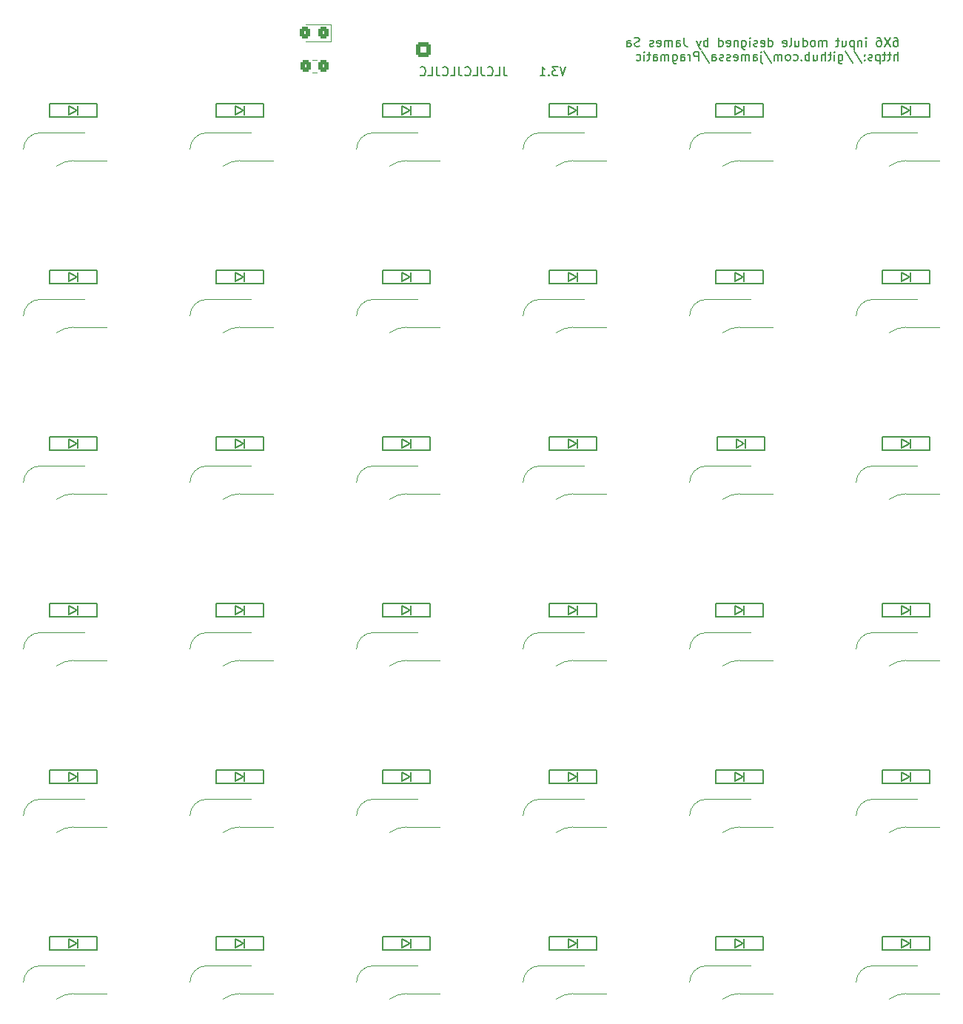
<source format=gbo>
%TF.GenerationSoftware,KiCad,Pcbnew,(6.0.5-0)*%
%TF.CreationDate,2022-06-17T01:41:07+08:00*%
%TF.ProjectId,Pragmatic,50726167-6d61-4746-9963-2e6b69636164,3*%
%TF.SameCoordinates,PX9157080PY3680a30*%
%TF.FileFunction,Legend,Bot*%
%TF.FilePolarity,Positive*%
%FSLAX46Y46*%
G04 Gerber Fmt 4.6, Leading zero omitted, Abs format (unit mm)*
G04 Created by KiCad (PCBNEW (6.0.5-0)) date 2022-06-17 01:41:07*
%MOMM*%
%LPD*%
G01*
G04 APERTURE LIST*
G04 Aperture macros list*
%AMRoundRect*
0 Rectangle with rounded corners*
0 $1 Rounding radius*
0 $2 $3 $4 $5 $6 $7 $8 $9 X,Y pos of 4 corners*
0 Add a 4 corners polygon primitive as box body*
4,1,4,$2,$3,$4,$5,$6,$7,$8,$9,$2,$3,0*
0 Add four circle primitives for the rounded corners*
1,1,$1+$1,$2,$3*
1,1,$1+$1,$4,$5*
1,1,$1+$1,$6,$7*
1,1,$1+$1,$8,$9*
0 Add four rect primitives between the rounded corners*
20,1,$1+$1,$2,$3,$4,$5,0*
20,1,$1+$1,$4,$5,$6,$7,0*
20,1,$1+$1,$6,$7,$8,$9,0*
20,1,$1+$1,$8,$9,$2,$3,0*%
G04 Aperture macros list end*
%ADD10C,0.150000*%
%ADD11C,0.120000*%
%ADD12RoundRect,0.250000X0.600000X-0.600000X0.600000X0.600000X-0.600000X0.600000X-0.600000X-0.600000X0*%
%ADD13C,1.700000*%
%ADD14C,4.000000*%
%ADD15C,1.900000*%
%ADD16C,3.000000*%
%ADD17R,2.550000X2.500000*%
%ADD18O,2.000000X1.300000*%
%ADD19O,2.500000X2.000000*%
%ADD20C,2.500000*%
%ADD21R,1.400000X1.000000*%
%ADD22RoundRect,0.250000X0.325000X0.450000X-0.325000X0.450000X-0.325000X-0.450000X0.325000X-0.450000X0*%
%ADD23RoundRect,0.250000X0.350000X0.450000X-0.350000X0.450000X-0.350000X-0.450000X0.350000X-0.450000X0*%
G04 APERTURE END LIST*
D10*
X-1399167Y17227620D02*
X-1208691Y17227620D01*
X-1113453Y17180000D01*
X-1065834Y17132381D01*
X-970596Y16989524D01*
X-922977Y16799048D01*
X-922977Y16418096D01*
X-970596Y16322858D01*
X-1018215Y16275239D01*
X-1113453Y16227620D01*
X-1303929Y16227620D01*
X-1399167Y16275239D01*
X-1446786Y16322858D01*
X-1494405Y16418096D01*
X-1494405Y16656191D01*
X-1446786Y16751429D01*
X-1399167Y16799048D01*
X-1303929Y16846667D01*
X-1113453Y16846667D01*
X-1018215Y16799048D01*
X-970596Y16751429D01*
X-922977Y16656191D01*
X-1827739Y17227620D02*
X-2494405Y16227620D01*
X-2494405Y17227620D02*
X-1827739Y16227620D01*
X-3303929Y17227620D02*
X-3113453Y17227620D01*
X-3018215Y17180000D01*
X-2970596Y17132381D01*
X-2875358Y16989524D01*
X-2827739Y16799048D01*
X-2827739Y16418096D01*
X-2875358Y16322858D01*
X-2922977Y16275239D01*
X-3018215Y16227620D01*
X-3208691Y16227620D01*
X-3303929Y16275239D01*
X-3351548Y16322858D01*
X-3399167Y16418096D01*
X-3399167Y16656191D01*
X-3351548Y16751429D01*
X-3303929Y16799048D01*
X-3208691Y16846667D01*
X-3018215Y16846667D01*
X-2922977Y16799048D01*
X-2875358Y16751429D01*
X-2827739Y16656191D01*
X-4589643Y16227620D02*
X-4589643Y16894286D01*
X-4589643Y17227620D02*
X-4542024Y17180000D01*
X-4589643Y17132381D01*
X-4637262Y17180000D01*
X-4589643Y17227620D01*
X-4589643Y17132381D01*
X-5065834Y16894286D02*
X-5065834Y16227620D01*
X-5065834Y16799048D02*
X-5113453Y16846667D01*
X-5208691Y16894286D01*
X-5351548Y16894286D01*
X-5446786Y16846667D01*
X-5494405Y16751429D01*
X-5494405Y16227620D01*
X-5970596Y16894286D02*
X-5970596Y15894286D01*
X-5970596Y16846667D02*
X-6065834Y16894286D01*
X-6256310Y16894286D01*
X-6351548Y16846667D01*
X-6399167Y16799048D01*
X-6446786Y16703810D01*
X-6446786Y16418096D01*
X-6399167Y16322858D01*
X-6351548Y16275239D01*
X-6256310Y16227620D01*
X-6065834Y16227620D01*
X-5970596Y16275239D01*
X-7303929Y16894286D02*
X-7303929Y16227620D01*
X-6875358Y16894286D02*
X-6875358Y16370477D01*
X-6922977Y16275239D01*
X-7018215Y16227620D01*
X-7161072Y16227620D01*
X-7256310Y16275239D01*
X-7303929Y16322858D01*
X-7637262Y16894286D02*
X-8018215Y16894286D01*
X-7780120Y17227620D02*
X-7780120Y16370477D01*
X-7827739Y16275239D01*
X-7922977Y16227620D01*
X-8018215Y16227620D01*
X-9113453Y16227620D02*
X-9113453Y16894286D01*
X-9113453Y16799048D02*
X-9161072Y16846667D01*
X-9256310Y16894286D01*
X-9399167Y16894286D01*
X-9494405Y16846667D01*
X-9542024Y16751429D01*
X-9542024Y16227620D01*
X-9542024Y16751429D02*
X-9589643Y16846667D01*
X-9684881Y16894286D01*
X-9827739Y16894286D01*
X-9922977Y16846667D01*
X-9970596Y16751429D01*
X-9970596Y16227620D01*
X-10589643Y16227620D02*
X-10494405Y16275239D01*
X-10446786Y16322858D01*
X-10399167Y16418096D01*
X-10399167Y16703810D01*
X-10446786Y16799048D01*
X-10494405Y16846667D01*
X-10589643Y16894286D01*
X-10732500Y16894286D01*
X-10827739Y16846667D01*
X-10875358Y16799048D01*
X-10922977Y16703810D01*
X-10922977Y16418096D01*
X-10875358Y16322858D01*
X-10827739Y16275239D01*
X-10732500Y16227620D01*
X-10589643Y16227620D01*
X-11780120Y16227620D02*
X-11780120Y17227620D01*
X-11780120Y16275239D02*
X-11684881Y16227620D01*
X-11494405Y16227620D01*
X-11399167Y16275239D01*
X-11351548Y16322858D01*
X-11303929Y16418096D01*
X-11303929Y16703810D01*
X-11351548Y16799048D01*
X-11399167Y16846667D01*
X-11494405Y16894286D01*
X-11684881Y16894286D01*
X-11780120Y16846667D01*
X-12684881Y16894286D02*
X-12684881Y16227620D01*
X-12256310Y16894286D02*
X-12256310Y16370477D01*
X-12303929Y16275239D01*
X-12399167Y16227620D01*
X-12542024Y16227620D01*
X-12637262Y16275239D01*
X-12684881Y16322858D01*
X-13303929Y16227620D02*
X-13208691Y16275239D01*
X-13161072Y16370477D01*
X-13161072Y17227620D01*
X-14065834Y16275239D02*
X-13970596Y16227620D01*
X-13780120Y16227620D01*
X-13684881Y16275239D01*
X-13637262Y16370477D01*
X-13637262Y16751429D01*
X-13684881Y16846667D01*
X-13780120Y16894286D01*
X-13970596Y16894286D01*
X-14065834Y16846667D01*
X-14113453Y16751429D01*
X-14113453Y16656191D01*
X-13637262Y16560953D01*
X-15732500Y16227620D02*
X-15732500Y17227620D01*
X-15732500Y16275239D02*
X-15637262Y16227620D01*
X-15446786Y16227620D01*
X-15351548Y16275239D01*
X-15303929Y16322858D01*
X-15256310Y16418096D01*
X-15256310Y16703810D01*
X-15303929Y16799048D01*
X-15351548Y16846667D01*
X-15446786Y16894286D01*
X-15637262Y16894286D01*
X-15732500Y16846667D01*
X-16589643Y16275239D02*
X-16494405Y16227620D01*
X-16303929Y16227620D01*
X-16208691Y16275239D01*
X-16161072Y16370477D01*
X-16161072Y16751429D01*
X-16208691Y16846667D01*
X-16303929Y16894286D01*
X-16494405Y16894286D01*
X-16589643Y16846667D01*
X-16637262Y16751429D01*
X-16637262Y16656191D01*
X-16161072Y16560953D01*
X-17018215Y16275239D02*
X-17113453Y16227620D01*
X-17303929Y16227620D01*
X-17399167Y16275239D01*
X-17446786Y16370477D01*
X-17446786Y16418096D01*
X-17399167Y16513334D01*
X-17303929Y16560953D01*
X-17161072Y16560953D01*
X-17065834Y16608572D01*
X-17018215Y16703810D01*
X-17018215Y16751429D01*
X-17065834Y16846667D01*
X-17161072Y16894286D01*
X-17303929Y16894286D01*
X-17399167Y16846667D01*
X-17875358Y16227620D02*
X-17875358Y16894286D01*
X-17875358Y17227620D02*
X-17827739Y17180000D01*
X-17875358Y17132381D01*
X-17922977Y17180000D01*
X-17875358Y17227620D01*
X-17875358Y17132381D01*
X-18780120Y16894286D02*
X-18780120Y16084762D01*
X-18732500Y15989524D01*
X-18684881Y15941905D01*
X-18589643Y15894286D01*
X-18446786Y15894286D01*
X-18351548Y15941905D01*
X-18780120Y16275239D02*
X-18684881Y16227620D01*
X-18494405Y16227620D01*
X-18399167Y16275239D01*
X-18351548Y16322858D01*
X-18303929Y16418096D01*
X-18303929Y16703810D01*
X-18351548Y16799048D01*
X-18399167Y16846667D01*
X-18494405Y16894286D01*
X-18684881Y16894286D01*
X-18780120Y16846667D01*
X-19256310Y16894286D02*
X-19256310Y16227620D01*
X-19256310Y16799048D02*
X-19303929Y16846667D01*
X-19399167Y16894286D01*
X-19542024Y16894286D01*
X-19637262Y16846667D01*
X-19684881Y16751429D01*
X-19684881Y16227620D01*
X-20542024Y16275239D02*
X-20446786Y16227620D01*
X-20256310Y16227620D01*
X-20161072Y16275239D01*
X-20113453Y16370477D01*
X-20113453Y16751429D01*
X-20161072Y16846667D01*
X-20256310Y16894286D01*
X-20446786Y16894286D01*
X-20542024Y16846667D01*
X-20589643Y16751429D01*
X-20589643Y16656191D01*
X-20113453Y16560953D01*
X-21446786Y16227620D02*
X-21446786Y17227620D01*
X-21446786Y16275239D02*
X-21351548Y16227620D01*
X-21161072Y16227620D01*
X-21065834Y16275239D01*
X-21018215Y16322858D01*
X-20970596Y16418096D01*
X-20970596Y16703810D01*
X-21018215Y16799048D01*
X-21065834Y16846667D01*
X-21161072Y16894286D01*
X-21351548Y16894286D01*
X-21446786Y16846667D01*
X-22684881Y16227620D02*
X-22684881Y17227620D01*
X-22684881Y16846667D02*
X-22780120Y16894286D01*
X-22970596Y16894286D01*
X-23065834Y16846667D01*
X-23113453Y16799048D01*
X-23161072Y16703810D01*
X-23161072Y16418096D01*
X-23113453Y16322858D01*
X-23065834Y16275239D01*
X-22970596Y16227620D01*
X-22780120Y16227620D01*
X-22684881Y16275239D01*
X-23494405Y16894286D02*
X-23732500Y16227620D01*
X-23970596Y16894286D02*
X-23732500Y16227620D01*
X-23637262Y15989524D01*
X-23589643Y15941905D01*
X-23494405Y15894286D01*
X-25399167Y17227620D02*
X-25399167Y16513334D01*
X-25351548Y16370477D01*
X-25256310Y16275239D01*
X-25113453Y16227620D01*
X-25018215Y16227620D01*
X-26303929Y16227620D02*
X-26303929Y16751429D01*
X-26256310Y16846667D01*
X-26161072Y16894286D01*
X-25970596Y16894286D01*
X-25875358Y16846667D01*
X-26303929Y16275239D02*
X-26208691Y16227620D01*
X-25970596Y16227620D01*
X-25875358Y16275239D01*
X-25827739Y16370477D01*
X-25827739Y16465715D01*
X-25875358Y16560953D01*
X-25970596Y16608572D01*
X-26208691Y16608572D01*
X-26303929Y16656191D01*
X-26780120Y16227620D02*
X-26780120Y16894286D01*
X-26780120Y16799048D02*
X-26827739Y16846667D01*
X-26922977Y16894286D01*
X-27065834Y16894286D01*
X-27161072Y16846667D01*
X-27208691Y16751429D01*
X-27208691Y16227620D01*
X-27208691Y16751429D02*
X-27256310Y16846667D01*
X-27351548Y16894286D01*
X-27494405Y16894286D01*
X-27589643Y16846667D01*
X-27637262Y16751429D01*
X-27637262Y16227620D01*
X-28494405Y16275239D02*
X-28399167Y16227620D01*
X-28208691Y16227620D01*
X-28113453Y16275239D01*
X-28065834Y16370477D01*
X-28065834Y16751429D01*
X-28113453Y16846667D01*
X-28208691Y16894286D01*
X-28399167Y16894286D01*
X-28494405Y16846667D01*
X-28542024Y16751429D01*
X-28542024Y16656191D01*
X-28065834Y16560953D01*
X-28922977Y16275239D02*
X-29018215Y16227620D01*
X-29208691Y16227620D01*
X-29303929Y16275239D01*
X-29351548Y16370477D01*
X-29351548Y16418096D01*
X-29303929Y16513334D01*
X-29208691Y16560953D01*
X-29065834Y16560953D01*
X-28970596Y16608572D01*
X-28922977Y16703810D01*
X-28922977Y16751429D01*
X-28970596Y16846667D01*
X-29065834Y16894286D01*
X-29208691Y16894286D01*
X-29303929Y16846667D01*
X-30494405Y16275239D02*
X-30637262Y16227620D01*
X-30875358Y16227620D01*
X-30970596Y16275239D01*
X-31018215Y16322858D01*
X-31065834Y16418096D01*
X-31065834Y16513334D01*
X-31018215Y16608572D01*
X-30970596Y16656191D01*
X-30875358Y16703810D01*
X-30684881Y16751429D01*
X-30589643Y16799048D01*
X-30542024Y16846667D01*
X-30494405Y16941905D01*
X-30494405Y17037143D01*
X-30542024Y17132381D01*
X-30589643Y17180000D01*
X-30684881Y17227620D01*
X-30922977Y17227620D01*
X-31065834Y17180000D01*
X-31922977Y16227620D02*
X-31922977Y16751429D01*
X-31875358Y16846667D01*
X-31780120Y16894286D01*
X-31589643Y16894286D01*
X-31494405Y16846667D01*
X-31922977Y16275239D02*
X-31827739Y16227620D01*
X-31589643Y16227620D01*
X-31494405Y16275239D01*
X-31446786Y16370477D01*
X-31446786Y16465715D01*
X-31494405Y16560953D01*
X-31589643Y16608572D01*
X-31827739Y16608572D01*
X-31922977Y16656191D01*
X-970596Y14617620D02*
X-970596Y15617620D01*
X-1399167Y14617620D02*
X-1399167Y15141429D01*
X-1351548Y15236667D01*
X-1256310Y15284286D01*
X-1113453Y15284286D01*
X-1018215Y15236667D01*
X-970596Y15189048D01*
X-1732500Y15284286D02*
X-2113453Y15284286D01*
X-1875358Y15617620D02*
X-1875358Y14760477D01*
X-1922977Y14665239D01*
X-2018215Y14617620D01*
X-2113453Y14617620D01*
X-2303929Y15284286D02*
X-2684881Y15284286D01*
X-2446786Y15617620D02*
X-2446786Y14760477D01*
X-2494405Y14665239D01*
X-2589643Y14617620D01*
X-2684881Y14617620D01*
X-3018215Y15284286D02*
X-3018215Y14284286D01*
X-3018215Y15236667D02*
X-3113453Y15284286D01*
X-3303929Y15284286D01*
X-3399167Y15236667D01*
X-3446786Y15189048D01*
X-3494405Y15093810D01*
X-3494405Y14808096D01*
X-3446786Y14712858D01*
X-3399167Y14665239D01*
X-3303929Y14617620D01*
X-3113453Y14617620D01*
X-3018215Y14665239D01*
X-3875358Y14665239D02*
X-3970596Y14617620D01*
X-4161072Y14617620D01*
X-4256310Y14665239D01*
X-4303929Y14760477D01*
X-4303929Y14808096D01*
X-4256310Y14903334D01*
X-4161072Y14950953D01*
X-4018215Y14950953D01*
X-3922977Y14998572D01*
X-3875358Y15093810D01*
X-3875358Y15141429D01*
X-3922977Y15236667D01*
X-4018215Y15284286D01*
X-4161072Y15284286D01*
X-4256310Y15236667D01*
X-4732500Y14712858D02*
X-4780120Y14665239D01*
X-4732500Y14617620D01*
X-4684881Y14665239D01*
X-4732500Y14712858D01*
X-4732500Y14617620D01*
X-4732500Y15236667D02*
X-4780120Y15189048D01*
X-4732500Y15141429D01*
X-4684881Y15189048D01*
X-4732500Y15236667D01*
X-4732500Y15141429D01*
X-5922977Y15665239D02*
X-5065834Y14379524D01*
X-6970596Y15665239D02*
X-6113453Y14379524D01*
X-7732500Y15284286D02*
X-7732500Y14474762D01*
X-7684881Y14379524D01*
X-7637262Y14331905D01*
X-7542024Y14284286D01*
X-7399167Y14284286D01*
X-7303929Y14331905D01*
X-7732500Y14665239D02*
X-7637262Y14617620D01*
X-7446786Y14617620D01*
X-7351548Y14665239D01*
X-7303929Y14712858D01*
X-7256310Y14808096D01*
X-7256310Y15093810D01*
X-7303929Y15189048D01*
X-7351548Y15236667D01*
X-7446786Y15284286D01*
X-7637262Y15284286D01*
X-7732500Y15236667D01*
X-8208691Y14617620D02*
X-8208691Y15284286D01*
X-8208691Y15617620D02*
X-8161072Y15570000D01*
X-8208691Y15522381D01*
X-8256310Y15570000D01*
X-8208691Y15617620D01*
X-8208691Y15522381D01*
X-8542024Y15284286D02*
X-8922977Y15284286D01*
X-8684881Y15617620D02*
X-8684881Y14760477D01*
X-8732500Y14665239D01*
X-8827739Y14617620D01*
X-8922977Y14617620D01*
X-9256310Y14617620D02*
X-9256310Y15617620D01*
X-9684881Y14617620D02*
X-9684881Y15141429D01*
X-9637262Y15236667D01*
X-9542024Y15284286D01*
X-9399167Y15284286D01*
X-9303929Y15236667D01*
X-9256310Y15189048D01*
X-10589643Y15284286D02*
X-10589643Y14617620D01*
X-10161072Y15284286D02*
X-10161072Y14760477D01*
X-10208691Y14665239D01*
X-10303929Y14617620D01*
X-10446786Y14617620D01*
X-10542024Y14665239D01*
X-10589643Y14712858D01*
X-11065834Y14617620D02*
X-11065834Y15617620D01*
X-11065834Y15236667D02*
X-11161072Y15284286D01*
X-11351548Y15284286D01*
X-11446786Y15236667D01*
X-11494405Y15189048D01*
X-11542024Y15093810D01*
X-11542024Y14808096D01*
X-11494405Y14712858D01*
X-11446786Y14665239D01*
X-11351548Y14617620D01*
X-11161072Y14617620D01*
X-11065834Y14665239D01*
X-11970596Y14712858D02*
X-12018215Y14665239D01*
X-11970596Y14617620D01*
X-11922977Y14665239D01*
X-11970596Y14712858D01*
X-11970596Y14617620D01*
X-12875358Y14665239D02*
X-12780120Y14617620D01*
X-12589643Y14617620D01*
X-12494405Y14665239D01*
X-12446786Y14712858D01*
X-12399167Y14808096D01*
X-12399167Y15093810D01*
X-12446786Y15189048D01*
X-12494405Y15236667D01*
X-12589643Y15284286D01*
X-12780120Y15284286D01*
X-12875358Y15236667D01*
X-13446786Y14617620D02*
X-13351548Y14665239D01*
X-13303929Y14712858D01*
X-13256310Y14808096D01*
X-13256310Y15093810D01*
X-13303929Y15189048D01*
X-13351548Y15236667D01*
X-13446786Y15284286D01*
X-13589643Y15284286D01*
X-13684881Y15236667D01*
X-13732500Y15189048D01*
X-13780120Y15093810D01*
X-13780120Y14808096D01*
X-13732500Y14712858D01*
X-13684881Y14665239D01*
X-13589643Y14617620D01*
X-13446786Y14617620D01*
X-14208691Y14617620D02*
X-14208691Y15284286D01*
X-14208691Y15189048D02*
X-14256310Y15236667D01*
X-14351548Y15284286D01*
X-14494405Y15284286D01*
X-14589643Y15236667D01*
X-14637262Y15141429D01*
X-14637262Y14617620D01*
X-14637262Y15141429D02*
X-14684881Y15236667D01*
X-14780120Y15284286D01*
X-14922977Y15284286D01*
X-15018215Y15236667D01*
X-15065834Y15141429D01*
X-15065834Y14617620D01*
X-16256310Y15665239D02*
X-15399167Y14379524D01*
X-16589643Y15284286D02*
X-16589643Y14427143D01*
X-16542024Y14331905D01*
X-16446786Y14284286D01*
X-16399167Y14284286D01*
X-16589643Y15617620D02*
X-16542024Y15570000D01*
X-16589643Y15522381D01*
X-16637262Y15570000D01*
X-16589643Y15617620D01*
X-16589643Y15522381D01*
X-17494405Y14617620D02*
X-17494405Y15141429D01*
X-17446786Y15236667D01*
X-17351548Y15284286D01*
X-17161072Y15284286D01*
X-17065834Y15236667D01*
X-17494405Y14665239D02*
X-17399167Y14617620D01*
X-17161072Y14617620D01*
X-17065834Y14665239D01*
X-17018215Y14760477D01*
X-17018215Y14855715D01*
X-17065834Y14950953D01*
X-17161072Y14998572D01*
X-17399167Y14998572D01*
X-17494405Y15046191D01*
X-17970596Y14617620D02*
X-17970596Y15284286D01*
X-17970596Y15189048D02*
X-18018215Y15236667D01*
X-18113453Y15284286D01*
X-18256310Y15284286D01*
X-18351548Y15236667D01*
X-18399167Y15141429D01*
X-18399167Y14617620D01*
X-18399167Y15141429D02*
X-18446786Y15236667D01*
X-18542024Y15284286D01*
X-18684881Y15284286D01*
X-18780120Y15236667D01*
X-18827739Y15141429D01*
X-18827739Y14617620D01*
X-19684881Y14665239D02*
X-19589643Y14617620D01*
X-19399167Y14617620D01*
X-19303929Y14665239D01*
X-19256310Y14760477D01*
X-19256310Y15141429D01*
X-19303929Y15236667D01*
X-19399167Y15284286D01*
X-19589643Y15284286D01*
X-19684881Y15236667D01*
X-19732500Y15141429D01*
X-19732500Y15046191D01*
X-19256310Y14950953D01*
X-20113453Y14665239D02*
X-20208691Y14617620D01*
X-20399167Y14617620D01*
X-20494405Y14665239D01*
X-20542024Y14760477D01*
X-20542024Y14808096D01*
X-20494405Y14903334D01*
X-20399167Y14950953D01*
X-20256310Y14950953D01*
X-20161072Y14998572D01*
X-20113453Y15093810D01*
X-20113453Y15141429D01*
X-20161072Y15236667D01*
X-20256310Y15284286D01*
X-20399167Y15284286D01*
X-20494405Y15236667D01*
X-20922977Y14665239D02*
X-21018215Y14617620D01*
X-21208691Y14617620D01*
X-21303929Y14665239D01*
X-21351548Y14760477D01*
X-21351548Y14808096D01*
X-21303929Y14903334D01*
X-21208691Y14950953D01*
X-21065834Y14950953D01*
X-20970596Y14998572D01*
X-20922977Y15093810D01*
X-20922977Y15141429D01*
X-20970596Y15236667D01*
X-21065834Y15284286D01*
X-21208691Y15284286D01*
X-21303929Y15236667D01*
X-22208691Y14617620D02*
X-22208691Y15141429D01*
X-22161072Y15236667D01*
X-22065834Y15284286D01*
X-21875358Y15284286D01*
X-21780120Y15236667D01*
X-22208691Y14665239D02*
X-22113453Y14617620D01*
X-21875358Y14617620D01*
X-21780120Y14665239D01*
X-21732500Y14760477D01*
X-21732500Y14855715D01*
X-21780120Y14950953D01*
X-21875358Y14998572D01*
X-22113453Y14998572D01*
X-22208691Y15046191D01*
X-23399167Y15665239D02*
X-22542024Y14379524D01*
X-23732500Y14617620D02*
X-23732500Y15617620D01*
X-24113453Y15617620D01*
X-24208691Y15570000D01*
X-24256310Y15522381D01*
X-24303929Y15427143D01*
X-24303929Y15284286D01*
X-24256310Y15189048D01*
X-24208691Y15141429D01*
X-24113453Y15093810D01*
X-23732500Y15093810D01*
X-24732500Y14617620D02*
X-24732500Y15284286D01*
X-24732500Y15093810D02*
X-24780120Y15189048D01*
X-24827739Y15236667D01*
X-24922977Y15284286D01*
X-25018215Y15284286D01*
X-25780120Y14617620D02*
X-25780120Y15141429D01*
X-25732500Y15236667D01*
X-25637262Y15284286D01*
X-25446786Y15284286D01*
X-25351548Y15236667D01*
X-25780120Y14665239D02*
X-25684881Y14617620D01*
X-25446786Y14617620D01*
X-25351548Y14665239D01*
X-25303929Y14760477D01*
X-25303929Y14855715D01*
X-25351548Y14950953D01*
X-25446786Y14998572D01*
X-25684881Y14998572D01*
X-25780120Y15046191D01*
X-26684881Y15284286D02*
X-26684881Y14474762D01*
X-26637262Y14379524D01*
X-26589643Y14331905D01*
X-26494405Y14284286D01*
X-26351548Y14284286D01*
X-26256310Y14331905D01*
X-26684881Y14665239D02*
X-26589643Y14617620D01*
X-26399167Y14617620D01*
X-26303929Y14665239D01*
X-26256310Y14712858D01*
X-26208691Y14808096D01*
X-26208691Y15093810D01*
X-26256310Y15189048D01*
X-26303929Y15236667D01*
X-26399167Y15284286D01*
X-26589643Y15284286D01*
X-26684881Y15236667D01*
X-27161072Y14617620D02*
X-27161072Y15284286D01*
X-27161072Y15189048D02*
X-27208691Y15236667D01*
X-27303929Y15284286D01*
X-27446786Y15284286D01*
X-27542024Y15236667D01*
X-27589643Y15141429D01*
X-27589643Y14617620D01*
X-27589643Y15141429D02*
X-27637262Y15236667D01*
X-27732500Y15284286D01*
X-27875358Y15284286D01*
X-27970596Y15236667D01*
X-28018215Y15141429D01*
X-28018215Y14617620D01*
X-28922977Y14617620D02*
X-28922977Y15141429D01*
X-28875358Y15236667D01*
X-28780120Y15284286D01*
X-28589643Y15284286D01*
X-28494405Y15236667D01*
X-28922977Y14665239D02*
X-28827739Y14617620D01*
X-28589643Y14617620D01*
X-28494405Y14665239D01*
X-28446786Y14760477D01*
X-28446786Y14855715D01*
X-28494405Y14950953D01*
X-28589643Y14998572D01*
X-28827739Y14998572D01*
X-28922977Y15046191D01*
X-29256310Y15284286D02*
X-29637262Y15284286D01*
X-29399167Y15617620D02*
X-29399167Y14760477D01*
X-29446786Y14665239D01*
X-29542024Y14617620D01*
X-29637262Y14617620D01*
X-29970596Y14617620D02*
X-29970596Y15284286D01*
X-29970596Y15617620D02*
X-29922977Y15570000D01*
X-29970596Y15522381D01*
X-30018215Y15570000D01*
X-29970596Y15617620D01*
X-29970596Y15522381D01*
X-30875358Y14665239D02*
X-30780120Y14617620D01*
X-30589643Y14617620D01*
X-30494405Y14665239D01*
X-30446786Y14712858D01*
X-30399167Y14808096D01*
X-30399167Y15093810D01*
X-30446786Y15189048D01*
X-30494405Y15236667D01*
X-30589643Y15284286D01*
X-30780120Y15284286D01*
X-30875358Y15236667D01*
X-38927739Y13882620D02*
X-39261072Y12882620D01*
X-39594405Y13882620D01*
X-39832500Y13882620D02*
X-40451548Y13882620D01*
X-40118215Y13501667D01*
X-40261072Y13501667D01*
X-40356310Y13454048D01*
X-40403929Y13406429D01*
X-40451548Y13311191D01*
X-40451548Y13073096D01*
X-40403929Y12977858D01*
X-40356310Y12930239D01*
X-40261072Y12882620D01*
X-39975358Y12882620D01*
X-39880120Y12930239D01*
X-39832500Y12977858D01*
X-40880120Y12977858D02*
X-40927739Y12930239D01*
X-40880120Y12882620D01*
X-40832500Y12930239D01*
X-40880120Y12977858D01*
X-40880120Y12882620D01*
X-41880120Y12882620D02*
X-41308691Y12882620D01*
X-41594405Y12882620D02*
X-41594405Y13882620D01*
X-41499167Y13739762D01*
X-41403929Y13644524D01*
X-41308691Y13596905D01*
X-46020596Y13891381D02*
X-46020596Y13165667D01*
X-45972977Y13020524D01*
X-45877739Y12923762D01*
X-45734881Y12875381D01*
X-45639643Y12875381D01*
X-46972977Y12875381D02*
X-46496786Y12875381D01*
X-46496786Y13891381D01*
X-47877739Y12972143D02*
X-47830120Y12923762D01*
X-47687262Y12875381D01*
X-47592024Y12875381D01*
X-47449167Y12923762D01*
X-47353929Y13020524D01*
X-47306310Y13117286D01*
X-47258691Y13310810D01*
X-47258691Y13455953D01*
X-47306310Y13649477D01*
X-47353929Y13746239D01*
X-47449167Y13843000D01*
X-47592024Y13891381D01*
X-47687262Y13891381D01*
X-47830120Y13843000D01*
X-47877739Y13794620D01*
X-48592024Y13891381D02*
X-48592024Y13165667D01*
X-48544405Y13020524D01*
X-48449167Y12923762D01*
X-48306310Y12875381D01*
X-48211072Y12875381D01*
X-49544405Y12875381D02*
X-49068215Y12875381D01*
X-49068215Y13891381D01*
X-50449167Y12972143D02*
X-50401548Y12923762D01*
X-50258691Y12875381D01*
X-50163453Y12875381D01*
X-50020596Y12923762D01*
X-49925358Y13020524D01*
X-49877739Y13117286D01*
X-49830120Y13310810D01*
X-49830120Y13455953D01*
X-49877739Y13649477D01*
X-49925358Y13746239D01*
X-50020596Y13843000D01*
X-50163453Y13891381D01*
X-50258691Y13891381D01*
X-50401548Y13843000D01*
X-50449167Y13794620D01*
X-51163453Y13891381D02*
X-51163453Y13165667D01*
X-51115834Y13020524D01*
X-51020596Y12923762D01*
X-50877739Y12875381D01*
X-50782500Y12875381D01*
X-52115834Y12875381D02*
X-51639643Y12875381D01*
X-51639643Y13891381D01*
X-53020596Y12972143D02*
X-52972977Y12923762D01*
X-52830120Y12875381D01*
X-52734881Y12875381D01*
X-52592024Y12923762D01*
X-52496786Y13020524D01*
X-52449167Y13117286D01*
X-52401548Y13310810D01*
X-52401548Y13455953D01*
X-52449167Y13649477D01*
X-52496786Y13746239D01*
X-52592024Y13843000D01*
X-52734881Y13891381D01*
X-52830120Y13891381D01*
X-52972977Y13843000D01*
X-53020596Y13794620D01*
X-53734881Y13891381D02*
X-53734881Y13165667D01*
X-53687262Y13020524D01*
X-53592024Y12923762D01*
X-53449167Y12875381D01*
X-53353929Y12875381D01*
X-54687262Y12875381D02*
X-54211072Y12875381D01*
X-54211072Y13891381D01*
X-55592024Y12972143D02*
X-55544405Y12923762D01*
X-55401548Y12875381D01*
X-55306310Y12875381D01*
X-55163453Y12923762D01*
X-55068215Y13020524D01*
X-55020596Y13117286D01*
X-54972977Y13310810D01*
X-54972977Y13455953D01*
X-55020596Y13649477D01*
X-55068215Y13746239D01*
X-55163453Y13843000D01*
X-55306310Y13891381D01*
X-55401548Y13891381D01*
X-55544405Y13843000D01*
X-55592024Y13794620D01*
D11*
X-99060000Y6350000D02*
X-93980000Y6350000D01*
X-95250000Y3175000D02*
X-91440000Y3175000D01*
X-95250000Y3175000D02*
G75*
G03*
X-97155000Y2540000I3J-3175009D01*
G01*
X-99060000Y6350000D02*
G75*
G03*
X-100965000Y4445000I1J-1905001D01*
G01*
X-99060000Y-12700000D02*
X-93980000Y-12700000D01*
X-95250000Y-15875000D02*
X-91440000Y-15875000D01*
X-99060000Y-12700000D02*
G75*
G03*
X-100965000Y-14605000I1J-1905001D01*
G01*
X-95250000Y-15875000D02*
G75*
G03*
X-97155000Y-16510000I3J-3175009D01*
G01*
X-80010000Y-12700000D02*
X-74930000Y-12700000D01*
X-76200000Y-15875000D02*
X-72390000Y-15875000D01*
X-80010000Y-12700000D02*
G75*
G03*
X-81915000Y-14605000I1J-1905001D01*
G01*
X-76200000Y-15875000D02*
G75*
G03*
X-78105000Y-16510000I3J-3175009D01*
G01*
X-76200000Y3175000D02*
X-72390000Y3175000D01*
X-80010000Y6350000D02*
X-74930000Y6350000D01*
X-76200000Y3175000D02*
G75*
G03*
X-78105000Y2540000I3J-3175009D01*
G01*
X-80010000Y6350000D02*
G75*
G03*
X-81915000Y4445000I1J-1905001D01*
G01*
X-57150000Y3175000D02*
X-53340000Y3175000D01*
X-60960000Y6350000D02*
X-55880000Y6350000D01*
X-60960000Y6350000D02*
G75*
G03*
X-62865000Y4445000I1J-1905001D01*
G01*
X-57150000Y3175000D02*
G75*
G03*
X-59055000Y2540000I3J-3175009D01*
G01*
X-38100000Y3175000D02*
X-34290000Y3175000D01*
X-41910000Y6350000D02*
X-36830000Y6350000D01*
X-41910000Y6350000D02*
G75*
G03*
X-43815000Y4445000I1J-1905001D01*
G01*
X-38100000Y3175000D02*
G75*
G03*
X-40005000Y2540000I3J-3175009D01*
G01*
X-22860000Y6350000D02*
X-17780000Y6350000D01*
X-19050000Y3175000D02*
X-15240000Y3175000D01*
X-22860000Y6350000D02*
G75*
G03*
X-24765000Y4445000I1J-1905001D01*
G01*
X-19050000Y3175000D02*
G75*
G03*
X-20955000Y2540000I3J-3175009D01*
G01*
X0Y3175000D02*
X3810000Y3175000D01*
X-3810000Y6350000D02*
X1270000Y6350000D01*
X0Y3175000D02*
G75*
G03*
X-1905000Y2540000I3J-3175009D01*
G01*
X-3810000Y6350000D02*
G75*
G03*
X-5715000Y4445000I1J-1905001D01*
G01*
X-60960000Y-12700000D02*
X-55880000Y-12700000D01*
X-57150000Y-15875000D02*
X-53340000Y-15875000D01*
X-57150000Y-15875000D02*
G75*
G03*
X-59055000Y-16510000I3J-3175009D01*
G01*
X-60960000Y-12700000D02*
G75*
G03*
X-62865000Y-14605000I1J-1905001D01*
G01*
X-41910000Y-12700000D02*
X-36830000Y-12700000D01*
X-38100000Y-15875000D02*
X-34290000Y-15875000D01*
X-41910000Y-12700000D02*
G75*
G03*
X-43815000Y-14605000I1J-1905001D01*
G01*
X-38100000Y-15875000D02*
G75*
G03*
X-40005000Y-16510000I3J-3175009D01*
G01*
X-19050000Y-15875000D02*
X-15240000Y-15875000D01*
X-22860000Y-12700000D02*
X-17780000Y-12700000D01*
X-19050000Y-15875000D02*
G75*
G03*
X-20955000Y-16510000I3J-3175009D01*
G01*
X-22860000Y-12700000D02*
G75*
G03*
X-24765000Y-14605000I1J-1905001D01*
G01*
X-3810000Y-12700000D02*
X1270000Y-12700000D01*
X0Y-15875000D02*
X3810000Y-15875000D01*
X0Y-15875000D02*
G75*
G03*
X-1905000Y-16510000I3J-3175009D01*
G01*
X-3810000Y-12700000D02*
G75*
G03*
X-5715000Y-14605000I1J-1905001D01*
G01*
X-99060000Y-31750000D02*
X-93980000Y-31750000D01*
X-95250000Y-34925000D02*
X-91440000Y-34925000D01*
X-99060000Y-31750000D02*
G75*
G03*
X-100965000Y-33655000I1J-1905001D01*
G01*
X-95250000Y-34925000D02*
G75*
G03*
X-97155000Y-35560000I3J-3175009D01*
G01*
X-80010000Y-31750000D02*
X-74930000Y-31750000D01*
X-76200000Y-34925000D02*
X-72390000Y-34925000D01*
X-76200000Y-34925000D02*
G75*
G03*
X-78105000Y-35560000I3J-3175009D01*
G01*
X-80010000Y-31750000D02*
G75*
G03*
X-81915000Y-33655000I1J-1905001D01*
G01*
X-57150000Y-34925000D02*
X-53340000Y-34925000D01*
X-60960000Y-31750000D02*
X-55880000Y-31750000D01*
X-57150000Y-34925000D02*
G75*
G03*
X-59055000Y-35560000I3J-3175009D01*
G01*
X-60960000Y-31750000D02*
G75*
G03*
X-62865000Y-33655000I1J-1905001D01*
G01*
X-38100000Y-34925000D02*
X-34290000Y-34925000D01*
X-41910000Y-31750000D02*
X-36830000Y-31750000D01*
X-41910000Y-31750000D02*
G75*
G03*
X-43815000Y-33655000I1J-1905001D01*
G01*
X-38100000Y-34925000D02*
G75*
G03*
X-40005000Y-35560000I3J-3175009D01*
G01*
X-19050000Y-34925000D02*
X-15240000Y-34925000D01*
X-22860000Y-31750000D02*
X-17780000Y-31750000D01*
X-19050000Y-34925000D02*
G75*
G03*
X-20955000Y-35560000I3J-3175009D01*
G01*
X-22860000Y-31750000D02*
G75*
G03*
X-24765000Y-33655000I1J-1905001D01*
G01*
X-3810000Y-31750000D02*
X1270000Y-31750000D01*
X0Y-34925000D02*
X3810000Y-34925000D01*
X0Y-34925000D02*
G75*
G03*
X-1905000Y-35560000I3J-3175009D01*
G01*
X-3810000Y-31750000D02*
G75*
G03*
X-5715000Y-33655000I1J-1905001D01*
G01*
X-95250000Y-53975000D02*
X-91440000Y-53975000D01*
X-99060000Y-50800000D02*
X-93980000Y-50800000D01*
X-95250000Y-53975000D02*
G75*
G03*
X-97155000Y-54610000I3J-3175009D01*
G01*
X-99060000Y-50800000D02*
G75*
G03*
X-100965000Y-52705000I1J-1905001D01*
G01*
X-76200000Y-53975000D02*
X-72390000Y-53975000D01*
X-80010000Y-50800000D02*
X-74930000Y-50800000D01*
X-80010000Y-50800000D02*
G75*
G03*
X-81915000Y-52705000I1J-1905001D01*
G01*
X-76200000Y-53975000D02*
G75*
G03*
X-78105000Y-54610000I3J-3175009D01*
G01*
X-60960000Y-50800000D02*
X-55880000Y-50800000D01*
X-57150000Y-53975000D02*
X-53340000Y-53975000D01*
X-57150000Y-53975000D02*
G75*
G03*
X-59055000Y-54610000I3J-3175009D01*
G01*
X-60960000Y-50800000D02*
G75*
G03*
X-62865000Y-52705000I1J-1905001D01*
G01*
X-41910000Y-50800000D02*
X-36830000Y-50800000D01*
X-38100000Y-53975000D02*
X-34290000Y-53975000D01*
X-38100000Y-53975000D02*
G75*
G03*
X-40005000Y-54610000I3J-3175009D01*
G01*
X-41910000Y-50800000D02*
G75*
G03*
X-43815000Y-52705000I1J-1905001D01*
G01*
X-22860000Y-50800000D02*
X-17780000Y-50800000D01*
X-19050000Y-53975000D02*
X-15240000Y-53975000D01*
X-22860000Y-50800000D02*
G75*
G03*
X-24765000Y-52705000I1J-1905001D01*
G01*
X-19050000Y-53975000D02*
G75*
G03*
X-20955000Y-54610000I3J-3175009D01*
G01*
X-3810000Y-50800000D02*
X1270000Y-50800000D01*
X0Y-53975000D02*
X3810000Y-53975000D01*
X0Y-53975000D02*
G75*
G03*
X-1905000Y-54610000I3J-3175009D01*
G01*
X-3810000Y-50800000D02*
G75*
G03*
X-5715000Y-52705000I1J-1905001D01*
G01*
X-99060000Y-69850000D02*
X-93980000Y-69850000D01*
X-95250000Y-73025000D02*
X-91440000Y-73025000D01*
X-99060000Y-69850000D02*
G75*
G03*
X-100965000Y-71755000I1J-1905001D01*
G01*
X-95250000Y-73025000D02*
G75*
G03*
X-97155000Y-73660000I3J-3175009D01*
G01*
X-76200000Y-73025000D02*
X-72390000Y-73025000D01*
X-80010000Y-69850000D02*
X-74930000Y-69850000D01*
X-80010000Y-69850000D02*
G75*
G03*
X-81915000Y-71755000I1J-1905001D01*
G01*
X-76200000Y-73025000D02*
G75*
G03*
X-78105000Y-73660000I3J-3175009D01*
G01*
X-60960000Y-69850000D02*
X-55880000Y-69850000D01*
X-57150000Y-73025000D02*
X-53340000Y-73025000D01*
X-60960000Y-69850000D02*
G75*
G03*
X-62865000Y-71755000I1J-1905001D01*
G01*
X-57150000Y-73025000D02*
G75*
G03*
X-59055000Y-73660000I3J-3175009D01*
G01*
X-41910000Y-69850000D02*
X-36830000Y-69850000D01*
X-38100000Y-73025000D02*
X-34290000Y-73025000D01*
X-41910000Y-69850000D02*
G75*
G03*
X-43815000Y-71755000I1J-1905001D01*
G01*
X-38100000Y-73025000D02*
G75*
G03*
X-40005000Y-73660000I3J-3175009D01*
G01*
X-22860000Y-69850000D02*
X-17780000Y-69850000D01*
X-19050000Y-73025000D02*
X-15240000Y-73025000D01*
X-19050000Y-73025000D02*
G75*
G03*
X-20955000Y-73660000I3J-3175009D01*
G01*
X-22860000Y-69850000D02*
G75*
G03*
X-24765000Y-71755000I1J-1905001D01*
G01*
X-3810000Y-69850000D02*
X1270000Y-69850000D01*
X0Y-73025000D02*
X3810000Y-73025000D01*
X0Y-73025000D02*
G75*
G03*
X-1905000Y-73660000I3J-3175009D01*
G01*
X-3810000Y-69850000D02*
G75*
G03*
X-5715000Y-71755000I1J-1905001D01*
G01*
X-99060000Y-88900000D02*
X-93980000Y-88900000D01*
X-95250000Y-92075000D02*
X-91440000Y-92075000D01*
X-99060000Y-88900000D02*
G75*
G03*
X-100965000Y-90805000I1J-1905001D01*
G01*
X-95250000Y-92075000D02*
G75*
G03*
X-97155000Y-92710000I3J-3175009D01*
G01*
X-76200000Y-92075000D02*
X-72390000Y-92075000D01*
X-80010000Y-88900000D02*
X-74930000Y-88900000D01*
X-80010000Y-88900000D02*
G75*
G03*
X-81915000Y-90805000I1J-1905001D01*
G01*
X-76200000Y-92075000D02*
G75*
G03*
X-78105000Y-92710000I3J-3175009D01*
G01*
X-57150000Y-92075000D02*
X-53340000Y-92075000D01*
X-60960000Y-88900000D02*
X-55880000Y-88900000D01*
X-57150000Y-92075000D02*
G75*
G03*
X-59055000Y-92710000I3J-3175009D01*
G01*
X-60960000Y-88900000D02*
G75*
G03*
X-62865000Y-90805000I1J-1905001D01*
G01*
X-38100000Y-92075000D02*
X-34290000Y-92075000D01*
X-41910000Y-88900000D02*
X-36830000Y-88900000D01*
X-41910000Y-88900000D02*
G75*
G03*
X-43815000Y-90805000I1J-1905001D01*
G01*
X-38100000Y-92075000D02*
G75*
G03*
X-40005000Y-92710000I3J-3175009D01*
G01*
X-19050000Y-92075000D02*
X-15240000Y-92075000D01*
X-22860000Y-88900000D02*
X-17780000Y-88900000D01*
X-22860000Y-88900000D02*
G75*
G03*
X-24765000Y-90805000I1J-1905001D01*
G01*
X-19050000Y-92075000D02*
G75*
G03*
X-20955000Y-92710000I3J-3175009D01*
G01*
X-3810000Y-88900000D02*
X1270000Y-88900000D01*
X0Y-92075000D02*
X3810000Y-92075000D01*
X-3810000Y-88900000D02*
G75*
G03*
X-5715000Y-90805000I1J-1905001D01*
G01*
X0Y-92075000D02*
G75*
G03*
X-1905000Y-92710000I3J-3175009D01*
G01*
D10*
X-95750000Y9390000D02*
X-95750000Y8390000D01*
X-97950000Y9640000D02*
X-97950000Y8140000D01*
X-94750000Y9390000D02*
X-94750000Y8390000D01*
X-95750000Y8390000D02*
X-94850000Y8890000D01*
X-92550000Y9640000D02*
X-92550000Y8140000D01*
X-94850000Y8890000D02*
X-95750000Y9390000D01*
X-92550000Y8140000D02*
X-97950000Y8140000D01*
X-97950000Y9640000D02*
X-92550000Y9640000D01*
X-92550000Y-10910000D02*
X-97950000Y-10910000D01*
X-95750000Y-9660000D02*
X-95750000Y-10660000D01*
X-94750000Y-9660000D02*
X-94750000Y-10660000D01*
X-95750000Y-10660000D02*
X-94850000Y-10160000D01*
X-97950000Y-9410000D02*
X-97950000Y-10910000D01*
X-97950000Y-9410000D02*
X-92550000Y-9410000D01*
X-92550000Y-9410000D02*
X-92550000Y-10910000D01*
X-94850000Y-10160000D02*
X-95750000Y-9660000D01*
X-78900000Y-9410000D02*
X-78900000Y-10910000D01*
X-76700000Y-10660000D02*
X-75800000Y-10160000D01*
X-76700000Y-9660000D02*
X-76700000Y-10660000D01*
X-73500000Y-9410000D02*
X-73500000Y-10910000D01*
X-75700000Y-9660000D02*
X-75700000Y-10660000D01*
X-75800000Y-10160000D02*
X-76700000Y-9660000D01*
X-78900000Y-9410000D02*
X-73500000Y-9410000D01*
X-73500000Y-10910000D02*
X-78900000Y-10910000D01*
X-78900000Y9640000D02*
X-73500000Y9640000D01*
X-76700000Y8390000D02*
X-75800000Y8890000D01*
X-75700000Y9390000D02*
X-75700000Y8390000D01*
X-78900000Y9640000D02*
X-78900000Y8140000D01*
X-75800000Y8890000D02*
X-76700000Y9390000D01*
X-76700000Y9390000D02*
X-76700000Y8390000D01*
X-73500000Y8140000D02*
X-78900000Y8140000D01*
X-73500000Y9640000D02*
X-73500000Y8140000D01*
X-59850000Y9640000D02*
X-54450000Y9640000D01*
X-54450000Y9640000D02*
X-54450000Y8140000D01*
X-57650000Y9390000D02*
X-57650000Y8390000D01*
X-59850000Y9640000D02*
X-59850000Y8140000D01*
X-54450000Y8140000D02*
X-59850000Y8140000D01*
X-56750000Y8890000D02*
X-57650000Y9390000D01*
X-56650000Y9390000D02*
X-56650000Y8390000D01*
X-57650000Y8390000D02*
X-56750000Y8890000D01*
X-35400000Y8140000D02*
X-40800000Y8140000D01*
X-37700000Y8890000D02*
X-38600000Y9390000D01*
X-35400000Y9640000D02*
X-35400000Y8140000D01*
X-40800000Y9640000D02*
X-40800000Y8140000D01*
X-37600000Y9390000D02*
X-37600000Y8390000D01*
X-38600000Y8390000D02*
X-37700000Y8890000D01*
X-38600000Y9390000D02*
X-38600000Y8390000D01*
X-40800000Y9640000D02*
X-35400000Y9640000D01*
X-21750000Y9640000D02*
X-16350000Y9640000D01*
X-19550000Y8390000D02*
X-18650000Y8890000D01*
X-16350000Y8140000D02*
X-21750000Y8140000D01*
X-18550000Y9390000D02*
X-18550000Y8390000D01*
X-21750000Y9640000D02*
X-21750000Y8140000D01*
X-16350000Y9640000D02*
X-16350000Y8140000D01*
X-18650000Y8890000D02*
X-19550000Y9390000D01*
X-19550000Y9390000D02*
X-19550000Y8390000D01*
X-2700000Y9640000D02*
X2700000Y9640000D01*
X400000Y8890000D02*
X-500000Y9390000D01*
X-500000Y8390000D02*
X400000Y8890000D01*
X2700000Y9640000D02*
X2700000Y8140000D01*
X500000Y9390000D02*
X500000Y8390000D01*
X2700000Y8140000D02*
X-2700000Y8140000D01*
X-2700000Y9640000D02*
X-2700000Y8140000D01*
X-500000Y9390000D02*
X-500000Y8390000D01*
X-54450000Y-9410000D02*
X-54450000Y-10910000D01*
X-56750000Y-10160000D02*
X-57650000Y-9660000D01*
X-54450000Y-10910000D02*
X-59850000Y-10910000D01*
X-59850000Y-9410000D02*
X-54450000Y-9410000D01*
X-56650000Y-9660000D02*
X-56650000Y-10660000D01*
X-57650000Y-9660000D02*
X-57650000Y-10660000D01*
X-59850000Y-9410000D02*
X-59850000Y-10910000D01*
X-57650000Y-10660000D02*
X-56750000Y-10160000D01*
X-35400000Y-10910000D02*
X-40800000Y-10910000D01*
X-35400000Y-9410000D02*
X-35400000Y-10910000D01*
X-37600000Y-9660000D02*
X-37600000Y-10660000D01*
X-40800000Y-9410000D02*
X-40800000Y-10910000D01*
X-38600000Y-9660000D02*
X-38600000Y-10660000D01*
X-40800000Y-9410000D02*
X-35400000Y-9410000D01*
X-38600000Y-10660000D02*
X-37700000Y-10160000D01*
X-37700000Y-10160000D02*
X-38600000Y-9660000D01*
X-19550000Y-10660000D02*
X-18650000Y-10160000D01*
X-21750000Y-9410000D02*
X-21750000Y-10910000D01*
X-19550000Y-9660000D02*
X-19550000Y-10660000D01*
X-16350000Y-9410000D02*
X-16350000Y-10910000D01*
X-16350000Y-10910000D02*
X-21750000Y-10910000D01*
X-18650000Y-10160000D02*
X-19550000Y-9660000D01*
X-18550000Y-9660000D02*
X-18550000Y-10660000D01*
X-21750000Y-9410000D02*
X-16350000Y-9410000D01*
X-2700000Y-9410000D02*
X2700000Y-9410000D01*
X2700000Y-10910000D02*
X-2700000Y-10910000D01*
X500000Y-9660000D02*
X500000Y-10660000D01*
X-500000Y-10660000D02*
X400000Y-10160000D01*
X400000Y-10160000D02*
X-500000Y-9660000D01*
X-500000Y-9660000D02*
X-500000Y-10660000D01*
X-2700000Y-9410000D02*
X-2700000Y-10910000D01*
X2700000Y-9410000D02*
X2700000Y-10910000D01*
X-92550000Y-29960000D02*
X-97950000Y-29960000D01*
X-95750000Y-28710000D02*
X-95750000Y-29710000D01*
X-94750000Y-28710000D02*
X-94750000Y-29710000D01*
X-97950000Y-28460000D02*
X-92550000Y-28460000D01*
X-95750000Y-29710000D02*
X-94850000Y-29210000D01*
X-94850000Y-29210000D02*
X-95750000Y-28710000D01*
X-97950000Y-28460000D02*
X-97950000Y-29960000D01*
X-92550000Y-28460000D02*
X-92550000Y-29960000D01*
X-76700000Y-29710000D02*
X-75800000Y-29210000D01*
X-75800000Y-29210000D02*
X-76700000Y-28710000D01*
X-76700000Y-28710000D02*
X-76700000Y-29710000D01*
X-73500000Y-29960000D02*
X-78900000Y-29960000D01*
X-78900000Y-28460000D02*
X-73500000Y-28460000D01*
X-75700000Y-28710000D02*
X-75700000Y-29710000D01*
X-73500000Y-28460000D02*
X-73500000Y-29960000D01*
X-78900000Y-28460000D02*
X-78900000Y-29960000D01*
X-56750000Y-29210000D02*
X-57650000Y-28710000D01*
X-57650000Y-29710000D02*
X-56750000Y-29210000D01*
X-57650000Y-28710000D02*
X-57650000Y-29710000D01*
X-54450000Y-28460000D02*
X-54450000Y-29960000D01*
X-59850000Y-28460000D02*
X-59850000Y-29960000D01*
X-54450000Y-29960000D02*
X-59850000Y-29960000D01*
X-59850000Y-28460000D02*
X-54450000Y-28460000D01*
X-56650000Y-28710000D02*
X-56650000Y-29710000D01*
X-35400000Y-28460000D02*
X-35400000Y-29960000D01*
X-40800000Y-28460000D02*
X-35400000Y-28460000D01*
X-38600000Y-28710000D02*
X-38600000Y-29710000D01*
X-35400000Y-29960000D02*
X-40800000Y-29960000D01*
X-40800000Y-28460000D02*
X-40800000Y-29960000D01*
X-37600000Y-28710000D02*
X-37600000Y-29710000D01*
X-37700000Y-29210000D02*
X-38600000Y-28710000D01*
X-38600000Y-29710000D02*
X-37700000Y-29210000D01*
X-19420000Y-29710000D02*
X-18520000Y-29210000D01*
X-16220000Y-28460000D02*
X-16220000Y-29960000D01*
X-18420000Y-28710000D02*
X-18420000Y-29710000D01*
X-21620000Y-28460000D02*
X-16220000Y-28460000D01*
X-16220000Y-29960000D02*
X-21620000Y-29960000D01*
X-21620000Y-28460000D02*
X-21620000Y-29960000D01*
X-19420000Y-28710000D02*
X-19420000Y-29710000D01*
X-18520000Y-29210000D02*
X-19420000Y-28710000D01*
X-2700000Y-28460000D02*
X-2700000Y-29960000D01*
X2700000Y-29960000D02*
X-2700000Y-29960000D01*
X-2700000Y-28460000D02*
X2700000Y-28460000D01*
X500000Y-28710000D02*
X500000Y-29710000D01*
X2700000Y-28460000D02*
X2700000Y-29960000D01*
X-500000Y-28710000D02*
X-500000Y-29710000D01*
X-500000Y-29710000D02*
X400000Y-29210000D01*
X400000Y-29210000D02*
X-500000Y-28710000D01*
X-94750000Y-47760000D02*
X-94750000Y-48760000D01*
X-95750000Y-48760000D02*
X-94850000Y-48260000D01*
X-97950000Y-47510000D02*
X-97950000Y-49010000D01*
X-92550000Y-49010000D02*
X-97950000Y-49010000D01*
X-94850000Y-48260000D02*
X-95750000Y-47760000D01*
X-95750000Y-47760000D02*
X-95750000Y-48760000D01*
X-92550000Y-47510000D02*
X-92550000Y-49010000D01*
X-97950000Y-47510000D02*
X-92550000Y-47510000D01*
X-78900000Y-47510000D02*
X-73500000Y-47510000D01*
X-75800000Y-48260000D02*
X-76700000Y-47760000D01*
X-73500000Y-49010000D02*
X-78900000Y-49010000D01*
X-75700000Y-47760000D02*
X-75700000Y-48760000D01*
X-73500000Y-47510000D02*
X-73500000Y-49010000D01*
X-76700000Y-47760000D02*
X-76700000Y-48760000D01*
X-78900000Y-47510000D02*
X-78900000Y-49010000D01*
X-76700000Y-48760000D02*
X-75800000Y-48260000D01*
X-54450000Y-47510000D02*
X-54450000Y-49010000D01*
X-56750000Y-48260000D02*
X-57650000Y-47760000D01*
X-57650000Y-48760000D02*
X-56750000Y-48260000D01*
X-56650000Y-47760000D02*
X-56650000Y-48760000D01*
X-57650000Y-47760000D02*
X-57650000Y-48760000D01*
X-54450000Y-49010000D02*
X-59850000Y-49010000D01*
X-59850000Y-47510000D02*
X-54450000Y-47510000D01*
X-59850000Y-47510000D02*
X-59850000Y-49010000D01*
X-37700000Y-48260000D02*
X-38600000Y-47760000D01*
X-40800000Y-47510000D02*
X-35400000Y-47510000D01*
X-35400000Y-47510000D02*
X-35400000Y-49010000D01*
X-38600000Y-48760000D02*
X-37700000Y-48260000D01*
X-40800000Y-47510000D02*
X-40800000Y-49010000D01*
X-38600000Y-47760000D02*
X-38600000Y-48760000D01*
X-37600000Y-47760000D02*
X-37600000Y-48760000D01*
X-35400000Y-49010000D02*
X-40800000Y-49010000D01*
X-18550000Y-47760000D02*
X-18550000Y-48760000D01*
X-19550000Y-48760000D02*
X-18650000Y-48260000D01*
X-16350000Y-47510000D02*
X-16350000Y-49010000D01*
X-21750000Y-47510000D02*
X-16350000Y-47510000D01*
X-16350000Y-49010000D02*
X-21750000Y-49010000D01*
X-19550000Y-47760000D02*
X-19550000Y-48760000D01*
X-21750000Y-47510000D02*
X-21750000Y-49010000D01*
X-18650000Y-48260000D02*
X-19550000Y-47760000D01*
X2700000Y-47510000D02*
X2700000Y-49010000D01*
X2700000Y-49010000D02*
X-2700000Y-49010000D01*
X400000Y-48260000D02*
X-500000Y-47760000D01*
X-500000Y-48760000D02*
X400000Y-48260000D01*
X-2700000Y-47510000D02*
X-2700000Y-49010000D01*
X-2700000Y-47510000D02*
X2700000Y-47510000D01*
X-500000Y-47760000D02*
X-500000Y-48760000D01*
X500000Y-47760000D02*
X500000Y-48760000D01*
X-94750000Y-66810000D02*
X-94750000Y-67810000D01*
X-97950000Y-66560000D02*
X-97950000Y-68060000D01*
X-95750000Y-67810000D02*
X-94850000Y-67310000D01*
X-92550000Y-66560000D02*
X-92550000Y-68060000D01*
X-92550000Y-68060000D02*
X-97950000Y-68060000D01*
X-95750000Y-66810000D02*
X-95750000Y-67810000D01*
X-97950000Y-66560000D02*
X-92550000Y-66560000D01*
X-94850000Y-67310000D02*
X-95750000Y-66810000D01*
X-76700000Y-66810000D02*
X-76700000Y-67810000D01*
X-75700000Y-66810000D02*
X-75700000Y-67810000D01*
X-73500000Y-66560000D02*
X-73500000Y-68060000D01*
X-78900000Y-66560000D02*
X-73500000Y-66560000D01*
X-78900000Y-66560000D02*
X-78900000Y-68060000D01*
X-76700000Y-67810000D02*
X-75800000Y-67310000D01*
X-73500000Y-68060000D02*
X-78900000Y-68060000D01*
X-75800000Y-67310000D02*
X-76700000Y-66810000D01*
X-54450000Y-68060000D02*
X-59850000Y-68060000D01*
X-59850000Y-66560000D02*
X-59850000Y-68060000D01*
X-56650000Y-66810000D02*
X-56650000Y-67810000D01*
X-56750000Y-67310000D02*
X-57650000Y-66810000D01*
X-54450000Y-66560000D02*
X-54450000Y-68060000D01*
X-59850000Y-66560000D02*
X-54450000Y-66560000D01*
X-57650000Y-66810000D02*
X-57650000Y-67810000D01*
X-57650000Y-67810000D02*
X-56750000Y-67310000D01*
X-38600000Y-67810000D02*
X-37700000Y-67310000D01*
X-40800000Y-66560000D02*
X-40800000Y-68060000D01*
X-38600000Y-66810000D02*
X-38600000Y-67810000D01*
X-37600000Y-66810000D02*
X-37600000Y-67810000D01*
X-40800000Y-66560000D02*
X-35400000Y-66560000D01*
X-35400000Y-68060000D02*
X-40800000Y-68060000D01*
X-35400000Y-66560000D02*
X-35400000Y-68060000D01*
X-37700000Y-67310000D02*
X-38600000Y-66810000D01*
X-21750000Y-66560000D02*
X-16350000Y-66560000D01*
X-19550000Y-66810000D02*
X-19550000Y-67810000D01*
X-16350000Y-66560000D02*
X-16350000Y-68060000D01*
X-18550000Y-66810000D02*
X-18550000Y-67810000D01*
X-16350000Y-68060000D02*
X-21750000Y-68060000D01*
X-19550000Y-67810000D02*
X-18650000Y-67310000D01*
X-21750000Y-66560000D02*
X-21750000Y-68060000D01*
X-18650000Y-67310000D02*
X-19550000Y-66810000D01*
X2700000Y-66560000D02*
X2700000Y-68060000D01*
X-500000Y-66810000D02*
X-500000Y-67810000D01*
X2700000Y-68060000D02*
X-2700000Y-68060000D01*
X-2700000Y-66560000D02*
X2700000Y-66560000D01*
X400000Y-67310000D02*
X-500000Y-66810000D01*
X-2700000Y-66560000D02*
X-2700000Y-68060000D01*
X500000Y-66810000D02*
X500000Y-67810000D01*
X-500000Y-67810000D02*
X400000Y-67310000D01*
X-95750000Y-86860000D02*
X-94850000Y-86360000D01*
X-92550000Y-87110000D02*
X-97950000Y-87110000D01*
X-92550000Y-85610000D02*
X-92550000Y-87110000D01*
X-95750000Y-85860000D02*
X-95750000Y-86860000D01*
X-97950000Y-85610000D02*
X-97950000Y-87110000D01*
X-94850000Y-86360000D02*
X-95750000Y-85860000D01*
X-97950000Y-85610000D02*
X-92550000Y-85610000D01*
X-94750000Y-85860000D02*
X-94750000Y-86860000D01*
X-78900000Y-85610000D02*
X-73500000Y-85610000D01*
X-75800000Y-86360000D02*
X-76700000Y-85860000D01*
X-76700000Y-85860000D02*
X-76700000Y-86860000D01*
X-76700000Y-86860000D02*
X-75800000Y-86360000D01*
X-75700000Y-85860000D02*
X-75700000Y-86860000D01*
X-73500000Y-85610000D02*
X-73500000Y-87110000D01*
X-73500000Y-87110000D02*
X-78900000Y-87110000D01*
X-78900000Y-85610000D02*
X-78900000Y-87110000D01*
X-57650000Y-86860000D02*
X-56750000Y-86360000D01*
X-56750000Y-86360000D02*
X-57650000Y-85860000D01*
X-54450000Y-87110000D02*
X-59850000Y-87110000D01*
X-59850000Y-85610000D02*
X-54450000Y-85610000D01*
X-56650000Y-85860000D02*
X-56650000Y-86860000D01*
X-59850000Y-85610000D02*
X-59850000Y-87110000D01*
X-54450000Y-85610000D02*
X-54450000Y-87110000D01*
X-57650000Y-85860000D02*
X-57650000Y-86860000D01*
X-35400000Y-85610000D02*
X-35400000Y-87110000D01*
X-38600000Y-85860000D02*
X-38600000Y-86860000D01*
X-40800000Y-85610000D02*
X-40800000Y-87110000D01*
X-37700000Y-86360000D02*
X-38600000Y-85860000D01*
X-38600000Y-86860000D02*
X-37700000Y-86360000D01*
X-35400000Y-87110000D02*
X-40800000Y-87110000D01*
X-37600000Y-85860000D02*
X-37600000Y-86860000D01*
X-40800000Y-85610000D02*
X-35400000Y-85610000D01*
X-16350000Y-85610000D02*
X-16350000Y-87110000D01*
X-21750000Y-85610000D02*
X-21750000Y-87110000D01*
X-18550000Y-85860000D02*
X-18550000Y-86860000D01*
X-16350000Y-87110000D02*
X-21750000Y-87110000D01*
X-21750000Y-85610000D02*
X-16350000Y-85610000D01*
X-19550000Y-86860000D02*
X-18650000Y-86360000D01*
X-19550000Y-85860000D02*
X-19550000Y-86860000D01*
X-18650000Y-86360000D02*
X-19550000Y-85860000D01*
X-2700000Y-85610000D02*
X2700000Y-85610000D01*
X2700000Y-85610000D02*
X2700000Y-87110000D01*
X500000Y-85860000D02*
X500000Y-86860000D01*
X400000Y-86360000D02*
X-500000Y-85860000D01*
X2700000Y-87110000D02*
X-2700000Y-87110000D01*
X-500000Y-86860000D02*
X400000Y-86360000D01*
X-500000Y-85860000D02*
X-500000Y-86860000D01*
X-2700000Y-85610000D02*
X-2700000Y-87110000D01*
D11*
X-65840000Y16820000D02*
X-68700000Y16820000D01*
X-68700000Y18740000D02*
X-65840000Y18740000D01*
X-65840000Y18740000D02*
X-65840000Y16820000D01*
X-67447936Y14705000D02*
X-67902064Y14705000D01*
X-67447936Y13235000D02*
X-67902064Y13235000D01*
%LPC*%
D12*
X-55245000Y15875000D03*
D13*
X-55245000Y18415000D03*
X-52705000Y15875000D03*
X-52705000Y18415000D03*
X-50165000Y15875000D03*
X-50165000Y18415000D03*
X-47625000Y15875000D03*
X-47625000Y18415000D03*
X-45085000Y15875000D03*
X-45085000Y18415000D03*
X-42545000Y15875000D03*
X-42545000Y18415000D03*
X-40005000Y15875000D03*
X-40005000Y18415000D03*
D14*
X-95250000Y0D03*
D15*
X-100330000Y0D03*
D14*
X-95250000Y0D03*
D16*
X-92710000Y5080000D03*
D15*
X-90170000Y0D03*
D16*
X-99060000Y2540000D03*
D17*
X-102335000Y2540000D03*
D18*
X-100250000Y-3800000D03*
D19*
X-97790000Y-5080000D03*
X-91440000Y-2540000D03*
D17*
X-89408000Y5080000D03*
D18*
X-95250000Y-5900000D03*
D15*
X-100330000Y-19050000D03*
X-90170000Y-19050000D03*
D16*
X-92710000Y-13970000D03*
D14*
X-95250000Y-19050000D03*
X-95250000Y-19050000D03*
D16*
X-99060000Y-16510000D03*
D19*
X-97790000Y-24130000D03*
D18*
X-100250000Y-22850000D03*
D17*
X-102335000Y-16510000D03*
D18*
X-95250000Y-24950000D03*
D17*
X-89408000Y-13970000D03*
D19*
X-91440000Y-21590000D03*
D14*
X-76200000Y-19050000D03*
D16*
X-80010000Y-16510000D03*
D15*
X-71120000Y-19050000D03*
D16*
X-73660000Y-13970000D03*
D14*
X-76200000Y-19050000D03*
D15*
X-81280000Y-19050000D03*
D19*
X-78740000Y-24130000D03*
D17*
X-83285000Y-16510000D03*
D18*
X-81200000Y-22850000D03*
X-76200000Y-24950000D03*
D19*
X-72390000Y-21590000D03*
D17*
X-70358000Y-13970000D03*
D16*
X-80010000Y2540000D03*
D15*
X-71120000Y0D03*
D14*
X-76200000Y0D03*
D15*
X-81280000Y0D03*
D14*
X-76200000Y0D03*
D16*
X-73660000Y5080000D03*
D19*
X-78740000Y-5080000D03*
D17*
X-83285000Y2540000D03*
D18*
X-81200000Y-3800000D03*
D17*
X-70358000Y5080000D03*
D19*
X-72390000Y-2540000D03*
D18*
X-76200000Y-5900000D03*
D16*
X-54610000Y5080000D03*
D14*
X-57150000Y0D03*
D16*
X-60960000Y2540000D03*
D15*
X-62230000Y0D03*
D14*
X-57150000Y0D03*
D15*
X-52070000Y0D03*
D17*
X-64235000Y2540000D03*
D18*
X-62150000Y-3800000D03*
D19*
X-59690000Y-5080000D03*
D18*
X-57150000Y-5900000D03*
D17*
X-51308000Y5080000D03*
D19*
X-53340000Y-2540000D03*
D15*
X-43180000Y0D03*
X-33020000Y0D03*
D16*
X-41910000Y2540000D03*
D14*
X-38100000Y0D03*
D16*
X-35560000Y5080000D03*
D14*
X-38100000Y0D03*
D18*
X-43100000Y-3800000D03*
D17*
X-45185000Y2540000D03*
D19*
X-40640000Y-5080000D03*
X-34290000Y-2540000D03*
D18*
X-38100000Y-5900000D03*
D17*
X-32258000Y5080000D03*
D14*
X-19050000Y0D03*
X-19050000Y0D03*
D16*
X-22860000Y2540000D03*
D15*
X-13970000Y0D03*
D16*
X-16510000Y5080000D03*
D15*
X-24130000Y0D03*
D18*
X-24050000Y-3800000D03*
D17*
X-26135000Y2540000D03*
D19*
X-21590000Y-5080000D03*
D17*
X-13208000Y5080000D03*
D19*
X-15240000Y-2540000D03*
D18*
X-19050000Y-5900000D03*
D16*
X-3810000Y2540000D03*
X2540000Y5080000D03*
D14*
X0Y0D03*
D15*
X5080000Y0D03*
X-5080000Y0D03*
D14*
X0Y0D03*
D17*
X-7085000Y2540000D03*
D18*
X-5000000Y-3800000D03*
D19*
X-2540000Y-5080000D03*
X3810000Y-2540000D03*
D18*
X0Y-5900000D03*
D17*
X5842000Y5080000D03*
D16*
X-54610000Y-13970000D03*
D14*
X-57150000Y-19050000D03*
D15*
X-52070000Y-19050000D03*
D14*
X-57150000Y-19050000D03*
D16*
X-60960000Y-16510000D03*
D15*
X-62230000Y-19050000D03*
D17*
X-64235000Y-16510000D03*
D18*
X-62150000Y-22850000D03*
D19*
X-59690000Y-24130000D03*
X-53340000Y-21590000D03*
D18*
X-57150000Y-24950000D03*
D17*
X-51308000Y-13970000D03*
D14*
X-38100000Y-19050000D03*
D16*
X-35560000Y-13970000D03*
D15*
X-33020000Y-19050000D03*
X-43180000Y-19050000D03*
D14*
X-38100000Y-19050000D03*
D16*
X-41910000Y-16510000D03*
D18*
X-43100000Y-22850000D03*
D17*
X-45185000Y-16510000D03*
D19*
X-40640000Y-24130000D03*
X-34290000Y-21590000D03*
D17*
X-32258000Y-13970000D03*
D18*
X-38100000Y-24950000D03*
D15*
X-24130000Y-19050000D03*
D16*
X-22860000Y-16510000D03*
D14*
X-19050000Y-19050000D03*
X-19050000Y-19050000D03*
D16*
X-16510000Y-13970000D03*
D15*
X-13970000Y-19050000D03*
D19*
X-21590000Y-24130000D03*
D17*
X-26135000Y-16510000D03*
D18*
X-24050000Y-22850000D03*
X-19050000Y-24950000D03*
D17*
X-13208000Y-13970000D03*
D19*
X-15240000Y-21590000D03*
D16*
X-3810000Y-16510000D03*
D14*
X0Y-19050000D03*
D15*
X5080000Y-19050000D03*
X-5080000Y-19050000D03*
D14*
X0Y-19050000D03*
D16*
X2540000Y-13970000D03*
D17*
X-7085000Y-16510000D03*
D18*
X-5000000Y-22850000D03*
D19*
X-2540000Y-24130000D03*
D17*
X5842000Y-13970000D03*
D19*
X3810000Y-21590000D03*
D18*
X0Y-24950000D03*
D16*
X-99060000Y-35560000D03*
X-92710000Y-33020000D03*
D14*
X-95250000Y-38100000D03*
X-95250000Y-38100000D03*
D15*
X-100330000Y-38100000D03*
X-90170000Y-38100000D03*
D19*
X-97790000Y-43180000D03*
D18*
X-100250000Y-41900000D03*
D17*
X-102335000Y-35560000D03*
D18*
X-95250000Y-44000000D03*
D17*
X-89408000Y-33020000D03*
D19*
X-91440000Y-40640000D03*
D14*
X-76200000Y-38100000D03*
D15*
X-81280000Y-38100000D03*
D14*
X-76200000Y-38100000D03*
D15*
X-71120000Y-38100000D03*
D16*
X-80010000Y-35560000D03*
X-73660000Y-33020000D03*
D17*
X-83285000Y-35560000D03*
D19*
X-78740000Y-43180000D03*
D18*
X-81200000Y-41900000D03*
X-76200000Y-44000000D03*
D17*
X-70358000Y-33020000D03*
D19*
X-72390000Y-40640000D03*
D16*
X-54610000Y-33020000D03*
D15*
X-62230000Y-38100000D03*
D16*
X-60960000Y-35560000D03*
D14*
X-57150000Y-38100000D03*
D15*
X-52070000Y-38100000D03*
D14*
X-57150000Y-38100000D03*
D19*
X-59690000Y-43180000D03*
D18*
X-62150000Y-41900000D03*
D17*
X-64235000Y-35560000D03*
D18*
X-57150000Y-44000000D03*
D19*
X-53340000Y-40640000D03*
D17*
X-51308000Y-33020000D03*
D14*
X-38100000Y-38100000D03*
X-38100000Y-38100000D03*
D15*
X-33020000Y-38100000D03*
D16*
X-35560000Y-33020000D03*
D15*
X-43180000Y-38100000D03*
D16*
X-41910000Y-35560000D03*
D19*
X-40640000Y-43180000D03*
D18*
X-43100000Y-41900000D03*
D17*
X-45185000Y-35560000D03*
X-32258000Y-33020000D03*
D18*
X-38100000Y-44000000D03*
D19*
X-34290000Y-40640000D03*
D16*
X-22860000Y-35560000D03*
D15*
X-13970000Y-38100000D03*
X-24130000Y-38100000D03*
D16*
X-16510000Y-33020000D03*
D14*
X-19050000Y-38100000D03*
X-19050000Y-38100000D03*
D19*
X-21590000Y-43180000D03*
D17*
X-26135000Y-35560000D03*
D18*
X-24050000Y-41900000D03*
X-19050000Y-44000000D03*
D17*
X-13208000Y-33020000D03*
D19*
X-15240000Y-40640000D03*
D15*
X5080000Y-38100000D03*
D16*
X2540000Y-33020000D03*
D15*
X-5080000Y-38100000D03*
D16*
X-3810000Y-35560000D03*
D14*
X0Y-38100000D03*
X0Y-38100000D03*
D19*
X-2540000Y-43180000D03*
D17*
X-7085000Y-35560000D03*
D18*
X-5000000Y-41900000D03*
D19*
X3810000Y-40640000D03*
D18*
X0Y-44000000D03*
D17*
X5842000Y-33020000D03*
D15*
X-90170000Y-57150000D03*
D14*
X-95250000Y-57150000D03*
X-95250000Y-57150000D03*
D16*
X-92710000Y-52070000D03*
D15*
X-100330000Y-57150000D03*
D16*
X-99060000Y-54610000D03*
D19*
X-97790000Y-62230000D03*
D18*
X-100250000Y-60950000D03*
D17*
X-102335000Y-54610000D03*
D18*
X-95250000Y-63050000D03*
D17*
X-89408000Y-52070000D03*
D19*
X-91440000Y-59690000D03*
D14*
X-76200000Y-57150000D03*
D15*
X-71120000Y-57150000D03*
D16*
X-80010000Y-54610000D03*
X-73660000Y-52070000D03*
D14*
X-76200000Y-57150000D03*
D15*
X-81280000Y-57150000D03*
D17*
X-83285000Y-54610000D03*
D18*
X-81200000Y-60950000D03*
D19*
X-78740000Y-62230000D03*
X-72390000Y-59690000D03*
D17*
X-70358000Y-52070000D03*
D18*
X-76200000Y-63050000D03*
D14*
X-57150000Y-57150000D03*
X-57150000Y-57150000D03*
D16*
X-54610000Y-52070000D03*
X-60960000Y-54610000D03*
D15*
X-62230000Y-57150000D03*
X-52070000Y-57150000D03*
D18*
X-62150000Y-60950000D03*
D17*
X-64235000Y-54610000D03*
D19*
X-59690000Y-62230000D03*
D17*
X-51308000Y-52070000D03*
D18*
X-57150000Y-63050000D03*
D19*
X-53340000Y-59690000D03*
D16*
X-41910000Y-54610000D03*
D15*
X-33020000Y-57150000D03*
D14*
X-38100000Y-57150000D03*
D16*
X-35560000Y-52070000D03*
D15*
X-43180000Y-57150000D03*
D14*
X-38100000Y-57150000D03*
D19*
X-40640000Y-62230000D03*
D18*
X-43100000Y-60950000D03*
D17*
X-45185000Y-54610000D03*
X-32258000Y-52070000D03*
D18*
X-38100000Y-63050000D03*
D19*
X-34290000Y-59690000D03*
D16*
X-16510000Y-52070000D03*
X-22860000Y-54610000D03*
D15*
X-13970000Y-57150000D03*
D14*
X-19050000Y-57150000D03*
D15*
X-24130000Y-57150000D03*
D14*
X-19050000Y-57150000D03*
D19*
X-21590000Y-62230000D03*
D17*
X-26135000Y-54610000D03*
D18*
X-24050000Y-60950000D03*
X-19050000Y-63050000D03*
D19*
X-15240000Y-59690000D03*
D17*
X-13208000Y-52070000D03*
D16*
X-3810000Y-54610000D03*
D14*
X0Y-57150000D03*
X0Y-57150000D03*
D15*
X-5080000Y-57150000D03*
X5080000Y-57150000D03*
D16*
X2540000Y-52070000D03*
D19*
X-2540000Y-62230000D03*
D17*
X-7085000Y-54610000D03*
D18*
X-5000000Y-60950000D03*
D17*
X5842000Y-52070000D03*
D19*
X3810000Y-59690000D03*
D18*
X0Y-63050000D03*
D15*
X-100330000Y-76200000D03*
D14*
X-95250000Y-76200000D03*
D15*
X-90170000Y-76200000D03*
D16*
X-99060000Y-73660000D03*
D14*
X-95250000Y-76200000D03*
D16*
X-92710000Y-71120000D03*
D19*
X-97790000Y-81280000D03*
D17*
X-102335000Y-73660000D03*
D18*
X-100250000Y-80000000D03*
X-95250000Y-82100000D03*
D17*
X-89408000Y-71120000D03*
D19*
X-91440000Y-78740000D03*
D16*
X-73660000Y-71120000D03*
D15*
X-71120000Y-76200000D03*
D14*
X-76200000Y-76200000D03*
D15*
X-81280000Y-76200000D03*
D16*
X-80010000Y-73660000D03*
D14*
X-76200000Y-76200000D03*
D19*
X-78740000Y-81280000D03*
D17*
X-83285000Y-73660000D03*
D18*
X-81200000Y-80000000D03*
X-76200000Y-82100000D03*
D19*
X-72390000Y-78740000D03*
D17*
X-70358000Y-71120000D03*
D15*
X-62230000Y-76200000D03*
D14*
X-57150000Y-76200000D03*
D16*
X-54610000Y-71120000D03*
X-60960000Y-73660000D03*
D14*
X-57150000Y-76200000D03*
D15*
X-52070000Y-76200000D03*
D18*
X-62150000Y-80000000D03*
D17*
X-64235000Y-73660000D03*
D19*
X-59690000Y-81280000D03*
D17*
X-51308000Y-71120000D03*
D18*
X-57150000Y-82100000D03*
D19*
X-53340000Y-78740000D03*
D15*
X-43180000Y-76200000D03*
X-33020000Y-76200000D03*
D14*
X-38100000Y-76200000D03*
X-38100000Y-76200000D03*
D16*
X-41910000Y-73660000D03*
X-35560000Y-71120000D03*
D18*
X-43100000Y-80000000D03*
D19*
X-40640000Y-81280000D03*
D17*
X-45185000Y-73660000D03*
D18*
X-38100000Y-82100000D03*
D19*
X-34290000Y-78740000D03*
D17*
X-32258000Y-71120000D03*
D16*
X-22860000Y-73660000D03*
X-16510000Y-71120000D03*
D14*
X-19050000Y-76200000D03*
D15*
X-13970000Y-76200000D03*
D14*
X-19050000Y-76200000D03*
D15*
X-24130000Y-76200000D03*
D19*
X-21590000Y-81280000D03*
D18*
X-24050000Y-80000000D03*
D17*
X-26135000Y-73660000D03*
D19*
X-15240000Y-78740000D03*
D17*
X-13208000Y-71120000D03*
D18*
X-19050000Y-82100000D03*
D15*
X-5080000Y-76200000D03*
D16*
X2540000Y-71120000D03*
D14*
X0Y-76200000D03*
D15*
X5080000Y-76200000D03*
D16*
X-3810000Y-73660000D03*
D14*
X0Y-76200000D03*
D17*
X-7085000Y-73660000D03*
D18*
X-5000000Y-80000000D03*
D19*
X-2540000Y-81280000D03*
D17*
X5842000Y-71120000D03*
D19*
X3810000Y-78740000D03*
D18*
X0Y-82100000D03*
D16*
X-99060000Y-92710000D03*
D14*
X-95250000Y-95250000D03*
D16*
X-92710000Y-90170000D03*
D15*
X-100330000Y-95250000D03*
D14*
X-95250000Y-95250000D03*
D15*
X-90170000Y-95250000D03*
D19*
X-97790000Y-100330000D03*
D18*
X-100250000Y-99050000D03*
D17*
X-102335000Y-92710000D03*
X-89408000Y-90170000D03*
D18*
X-95250000Y-101150000D03*
D19*
X-91440000Y-97790000D03*
D16*
X-73660000Y-90170000D03*
D15*
X-71120000Y-95250000D03*
D14*
X-76200000Y-95250000D03*
D16*
X-80010000Y-92710000D03*
D14*
X-76200000Y-95250000D03*
D15*
X-81280000Y-95250000D03*
D18*
X-81200000Y-99050000D03*
D19*
X-78740000Y-100330000D03*
D17*
X-83285000Y-92710000D03*
D18*
X-76200000Y-101150000D03*
D17*
X-70358000Y-90170000D03*
D19*
X-72390000Y-97790000D03*
D14*
X-57150000Y-95250000D03*
D15*
X-62230000Y-95250000D03*
D16*
X-60960000Y-92710000D03*
D14*
X-57150000Y-95250000D03*
D15*
X-52070000Y-95250000D03*
D16*
X-54610000Y-90170000D03*
D18*
X-62150000Y-99050000D03*
D19*
X-59690000Y-100330000D03*
D17*
X-64235000Y-92710000D03*
X-51308000Y-90170000D03*
D19*
X-53340000Y-97790000D03*
D18*
X-57150000Y-101150000D03*
D16*
X-41910000Y-92710000D03*
X-35560000Y-90170000D03*
D15*
X-43180000Y-95250000D03*
X-33020000Y-95250000D03*
D14*
X-38100000Y-95250000D03*
X-38100000Y-95250000D03*
D17*
X-45185000Y-92710000D03*
D18*
X-43100000Y-99050000D03*
D19*
X-40640000Y-100330000D03*
X-34290000Y-97790000D03*
D18*
X-38100000Y-101150000D03*
D17*
X-32258000Y-90170000D03*
D15*
X-13970000Y-95250000D03*
D16*
X-22860000Y-92710000D03*
X-16510000Y-90170000D03*
D15*
X-24130000Y-95250000D03*
D14*
X-19050000Y-95250000D03*
X-19050000Y-95250000D03*
D19*
X-21590000Y-100330000D03*
D17*
X-26135000Y-92710000D03*
D18*
X-24050000Y-99050000D03*
D19*
X-15240000Y-97790000D03*
D17*
X-13208000Y-90170000D03*
D18*
X-19050000Y-101150000D03*
D16*
X2540000Y-90170000D03*
D15*
X5080000Y-95250000D03*
D14*
X0Y-95250000D03*
D15*
X-5080000Y-95250000D03*
D14*
X0Y-95250000D03*
D16*
X-3810000Y-92710000D03*
D17*
X-7085000Y-92710000D03*
D19*
X-2540000Y-100330000D03*
D18*
X-5000000Y-99050000D03*
X0Y-101150000D03*
D17*
X5842000Y-90170000D03*
D19*
X3810000Y-97790000D03*
D20*
X-47625000Y-47625000D03*
X-85725000Y-9525000D03*
X-85725000Y-85725000D03*
X-9525000Y-9525000D03*
X-9525000Y-85725000D03*
D21*
X-93475000Y8890000D03*
X-97025000Y8890000D03*
X-93475000Y-10160000D03*
X-97025000Y-10160000D03*
X-74425000Y-10160000D03*
X-77975000Y-10160000D03*
X-74425000Y8890000D03*
X-77975000Y8890000D03*
X-55375000Y8890000D03*
X-58925000Y8890000D03*
X-36325000Y8890000D03*
X-39875000Y8890000D03*
X-17275000Y8890000D03*
X-20825000Y8890000D03*
X1775000Y8890000D03*
X-1775000Y8890000D03*
X-55375000Y-10160000D03*
X-58925000Y-10160000D03*
X-36325000Y-10160000D03*
X-39875000Y-10160000D03*
X-17275000Y-10160000D03*
X-20825000Y-10160000D03*
X1775000Y-10160000D03*
X-1775000Y-10160000D03*
X-93475000Y-29210000D03*
X-97025000Y-29210000D03*
X-74425000Y-29210000D03*
X-77975000Y-29210000D03*
X-55375000Y-29210000D03*
X-58925000Y-29210000D03*
X-36325000Y-29210000D03*
X-39875000Y-29210000D03*
X-17145000Y-29210000D03*
X-20695000Y-29210000D03*
X1775000Y-29210000D03*
X-1775000Y-29210000D03*
X-93475000Y-48260000D03*
X-97025000Y-48260000D03*
X-74425000Y-48260000D03*
X-77975000Y-48260000D03*
X-55375000Y-48260000D03*
X-58925000Y-48260000D03*
X-36325000Y-48260000D03*
X-39875000Y-48260000D03*
X-17275000Y-48260000D03*
X-20825000Y-48260000D03*
X1775000Y-48260000D03*
X-1775000Y-48260000D03*
X-93475000Y-67310000D03*
X-97025000Y-67310000D03*
X-74425000Y-67310000D03*
X-77975000Y-67310000D03*
X-55375000Y-67310000D03*
X-58925000Y-67310000D03*
X-36325000Y-67310000D03*
X-39875000Y-67310000D03*
X-17275000Y-67310000D03*
X-20825000Y-67310000D03*
X1775000Y-67310000D03*
X-1775000Y-67310000D03*
X-93475000Y-86360000D03*
X-97025000Y-86360000D03*
X-74425000Y-86360000D03*
X-77975000Y-86360000D03*
X-55375000Y-86360000D03*
X-58925000Y-86360000D03*
X-36325000Y-86360000D03*
X-39875000Y-86360000D03*
X-17275000Y-86360000D03*
X-20825000Y-86360000D03*
X1775000Y-86360000D03*
X-1775000Y-86360000D03*
D22*
X-66675000Y17780000D03*
X-68725000Y17780000D03*
D23*
X-66675000Y13970000D03*
X-68675000Y13970000D03*
M02*

</source>
